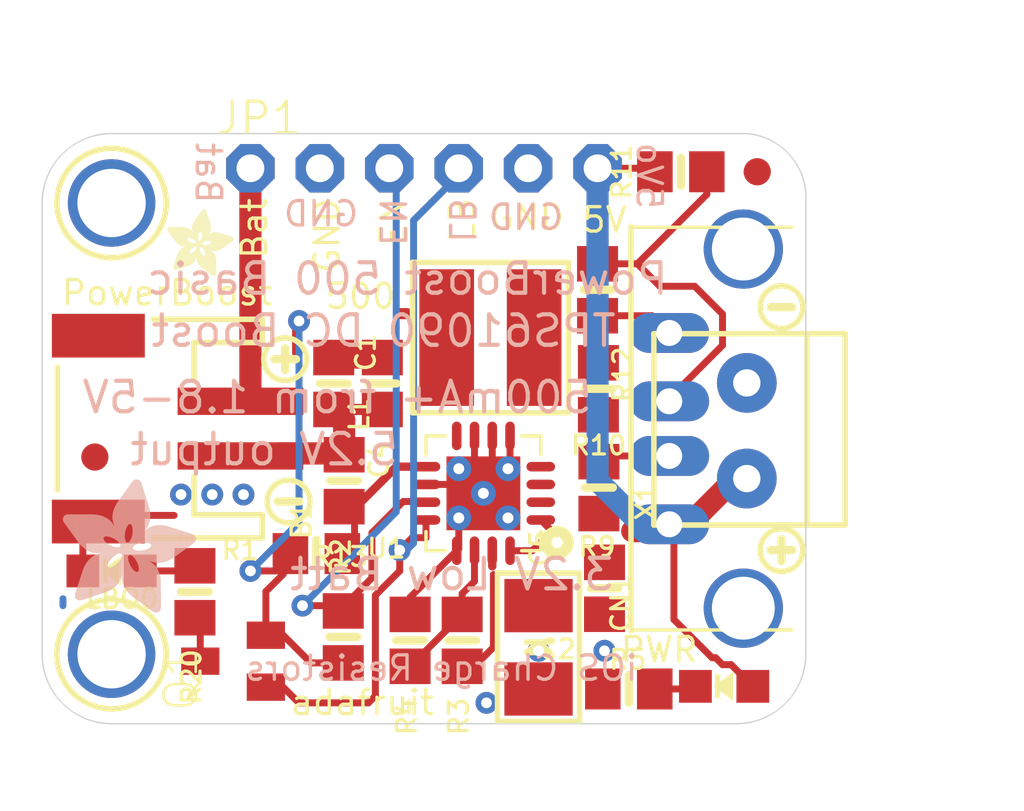
<source format=kicad_pcb>
(kicad_pcb (version 20211014) (generator pcbnew)
  (layers (0 "F.Cu" signal) (31 "B.Cu" signal) (34 "B.Paste" user) (35 "F.Paste" user) (36 "B.SilkS" user "B.Silkscreen") (37 "F.SilkS" user "F.Silkscreen") (38 "B.Mask" user) (39 "F.Mask" user) (44 "Edge.Cuts" user))
  (net 0 "")
  (net 1 "GND")
  (net 2 "N$1")
  (net 3 "N$3")
  (net 4 "5.0V")
  (net 5 "D+")
  (net 6 "D-")
  (net 7 "VBAT")
  (net 8 "N$4")
  (net 9 "ENABLE")
  (net 10 "N$5")
  (net 11 "LBO")
  (net 12 "N$2")
  (net 13 "N$10")
  (footprint "boardEagle:FIDUCIAL_1MM" (layer "F.Cu") (at 160.689245 95.6056)
    (fp_text reference "FID3" hide)
    (fp_text value "FIDUCIAL\"\"" hide)
    (pad "1" smd roundrect (at 0 0) (size 1 1) (layers "F.Cu" "F.Mask") (roundrect_rratio 0.5))
  )
  (footprint "boardEagle:ADAFRUIT_2.5MM" (layer "F.Cu") (at 139.099245 99.4156)
    (fp_text reference "U$28" hide)
    (fp_text value "" hide)
  )
  (footprint "boardEagle:0805-NO" (layer "F.Cu") (at 140.115245 110.9726 -90)
    (fp_text reference "R20" (at 2.032 0.127 90) (layer "F.SilkS") (effects (font (size 0.692831 0.692831) (thickness 0.119969)) (justify right)))
    (fp_text value "1K")
    (pad "1" smd rect (at -0.95 0 270) (size 1.3 1.5) (layers "F.Cu" "F.Paste" "F.Mask") (net 12 "N$2"))
    (pad "2" smd rect (at 0.95 0 270) (size 1.3 1.5) (layers "F.Cu" "F.Paste" "F.Mask") (net 13 "N$10"))
  )
  (footprint "boardEagle:PVQFN-16" (layer "F.Cu") (at 150.670245 107.3706 180)
    (fp_text reference "U1" (at 4.324 -2.018) (layer "F.SilkS") (effects (font (size 0.692831 0.692831) (thickness 0.119969)) (justify left)))
    (fp_text value "TPS61090RSAR")
    (pad "1" smd roundrect (at -2.1 -0.975 180) (size 1.05 0.35) (layers "F.Cu" "F.Paste" "F.Mask") (roundrect_rratio 0.5) (net 4 "5.0V"))
    (pad "2" smd roundrect (at -2.1 -0.325 180) (size 1.05 0.35) (layers "F.Cu" "F.Paste" "F.Mask") (roundrect_rratio 0.5))
    (pad "3" smd roundrect (at -2.1 0.325 180) (size 1.05 0.35) (layers "F.Cu" "F.Paste" "F.Mask") (roundrect_rratio 0.5) (net 2 "N$1"))
    (pad "4" smd roundrect (at -2.1 0.975 180) (size 1.05 0.35) (layers "F.Cu" "F.Paste" "F.Mask") (roundrect_rratio 0.5) (net 2 "N$1"))
    (pad "5" smd roundrect (at -0.975 2.1 270) (size 1.05 0.35) (layers "F.Cu" "F.Paste" "F.Mask") (roundrect_rratio 0.5) (net 1 "GND"))
    (pad "6" smd roundrect (at -0.325 2.1 270) (size 1.05 0.35) (layers "F.Cu" "F.Paste" "F.Mask") (roundrect_rratio 0.5) (net 1 "GND"))
    (pad "7" smd roundrect (at 0.325 2.1 270) (size 1.05 0.35) (layers "F.Cu" "F.Paste" "F.Mask") (roundrect_rratio 0.5) (net 1 "GND"))
    (pad "8" smd roundrect (at 0.975 2.1 270) (size 1.05 0.35) (layers "F.Cu" "F.Paste" "F.Mask") (roundrect_rratio 0.5) (net 7 "VBAT"))
    (pad "9" smd roundrect (at 2.1 0.975) (size 1.05 0.35) (layers "F.Cu" "F.Paste" "F.Mask") (roundrect_rratio 0.5) (net 3 "N$3"))
    (pad "10" smd roundrect (at 2.1 0.325) (size 1.05 0.35) (layers "F.Cu" "F.Paste" "F.Mask") (roundrect_rratio 0.5) (net 1 "GND"))
    (pad "11" smd roundrect (at 2.1 -0.325) (size 1.05 0.35) (layers "F.Cu" "F.Paste" "F.Mask") (roundrect_rratio 0.5) (net 9 "ENABLE"))
    (pad "12" smd roundrect (at 2.1 -0.975) (size 1.05 0.35) (layers "F.Cu" "F.Paste" "F.Mask") (roundrect_rratio 0.5) (net 11 "LBO"))
    (pad "13" smd roundrect (at 0.975 -2.1 90) (size 1.05 0.35) (layers "F.Cu" "F.Paste" "F.Mask") (roundrect_rratio 0.5) (net 1 "GND"))
    (pad "14" smd roundrect (at 0.325 -2.1 90) (size 1.05 0.35) (layers "F.Cu" "F.Paste" "F.Mask") (roundrect_rratio 0.5) (net 10 "N$5"))
    (pad "15" smd roundrect (at -0.325 -2.1 90) (size 1.05 0.35) (layers "F.Cu" "F.Paste" "F.Mask") (roundrect_rratio 0.5) (net 4 "5.0V"))
    (pad "16" smd roundrect (at -0.975 -2.1 90) (size 1.05 0.35) (layers "F.Cu" "F.Paste" "F.Mask") (roundrect_rratio 0.5) (net 4 "5.0V"))
    (pad "P$18" thru_hole circle (at 0 0 180) (size 0.908 0.908) (drill 0.4) (layers *.Cu *.Mask) (net 1 "GND"))
    (pad "P$19" thru_hole circle (at -0.9 -0.9 180) (size 0.908 0.908) (drill 0.4) (layers *.Cu *.Mask) (net 1 "GND"))
    (pad "P$20" thru_hole circle (at 0.9 -0.9 180) (size 0.908 0.908) (drill 0.4) (layers *.Cu *.Mask) (net 1 "GND"))
    (pad "P$21" thru_hole circle (at 0.9 0.9 180) (size 0.908 0.908) (drill 0.4) (layers *.Cu *.Mask) (net 1 "GND"))
    (pad "P$22" thru_hole circle (at -0.9 0.9 180) (size 0.908 0.908) (drill 0.4) (layers *.Cu *.Mask) (net 1 "GND"))
    (pad "THERMAL" smd rect (at 0 0 180) (size 2.7 2.7) (layers "F.Cu" "F.Mask") (net 1 "GND"))
  )
  (footprint "boardEagle:0805-NO" (layer "F.Cu") (at 146.973245 103.3526 -90)
    (fp_text reference "C4" (at 2.032 0.127 90) (layer "F.SilkS") (effects (font (size 0.692831 0.692831) (thickness 0.119969)) (justify right)))
    (fp_text value "0.1uF")
    (pad "1" smd rect (at -0.95 0 270) (size 1.3 1.5) (layers "F.Cu" "F.Paste" "F.Mask") (net 7 "VBAT"))
    (pad "2" smd rect (at 0.95 0 270) (size 1.3 1.5) (layers "F.Cu" "F.Paste" "F.Mask") (net 1 "GND"))
  )
  (footprint "boardEagle:0805-NO" (layer "F.Cu") (at 154.879245 103.5456 90)
    (fp_text reference "R10" (at -2.07 1.0875) (layer "F.SilkS") (effects (font (size 0.692831 0.692831) (thickness 0.119969)) (justify right)))
    (fp_text value "49.9K 1%")
    (pad "1" smd rect (at -0.95 0 90) (size 1.3 1.5) (layers "F.Cu" "F.Paste" "F.Mask") (net 6 "D-"))
    (pad "2" smd rect (at 0.95 0 90) (size 1.3 1.5) (layers "F.Cu" "F.Paste" "F.Mask") (net 1 "GND"))
  )
  (footprint "boardEagle:CHIPLED_0805_NOOUTLINE" (layer "F.Cu") (at 159.478245 114.4336 90)
    (fp_text reference "PWR0" hide)
    (fp_text value "GREEN")
    (pad "A" smd rect (at 0 1.05 90) (size 1.2 1.2) (layers "F.Cu" "F.Paste" "F.Mask") (net 4 "5.0V"))
    (pad "C" smd rect (at 0 -1.05 90) (size 1.2 1.2) (layers "F.Cu" "F.Paste" "F.Mask") (net 8 "N$4"))
  )
  (footprint "boardEagle:SYMBOL_PLUS" (layer "F.Cu") (at 161.578245 109.4486)
    (fp_text reference "U$25" hide)
    (fp_text value "" hide)
  )
  (footprint "boardEagle:FIDUCIAL_1MM" (layer "F.Cu") (at 136.455245 106.0436)
    (fp_text reference "FID2" hide)
    (fp_text value "FIDUCIAL\"\"" hide)
    (pad "1" smd roundrect (at 0 0) (size 1 1) (layers "F.Cu" "F.Mask") (roundrect_rratio 0.5))
  )
  (footprint "boardEagle:0805-NO" (layer "F.Cu") (at 145.543245 112.6246 90)
    (fp_text reference "R13" (at 2.93 0.9875) (layer "F.SilkS") (effects (font (size 0.692831 0.692831) (thickness 0.119969)) (justify right)))
    (fp_text value "340K")
    (pad "1" smd rect (at -0.95 0 90) (size 1.3 1.5) (layers "F.Cu" "F.Paste" "F.Mask") (net 7 "VBAT"))
    (pad "2" smd rect (at 0.95 0 90) (size 1.3 1.5) (layers "F.Cu" "F.Paste" "F.Mask") (net 9 "ENABLE"))
  )
  (footprint "boardEagle:JSTPH2" (layer "F.Cu") (at 138.083245 105.0036 90)
    (fp_text reference "B1" (at -4.1225 5.9315 90) (layer "F.SilkS") (effects (font (size 0.692831 0.692831) (thickness 0.119969)) (justify left)))
    (fp_text value "1.8-5V")
    (pad "1" smd rect (at -1 3.7 90) (size 1 4.6) (layers "F.Cu" "F.Paste" "F.Mask") (net 1 "GND"))
    (pad "2" smd rect (at 1 3.7 90) (size 1 4.6) (layers "F.Cu" "F.Paste" "F.Mask") (net 7 "VBAT"))
    (pad "NC1" smd rect (at -3.4 -1.5 180) (size 3.4 1.6) (layers "F.Cu" "F.Paste" "F.Mask"))
    (pad "NC2" smd rect (at 3.4 -1.5 180) (size 3.4 1.6) (layers "F.Cu" "F.Paste" "F.Mask"))
  )
  (footprint "boardEagle:EIA3528-21_B-R" (layer "F.Cu") (at 152.688245 113.0046 90)
    (fp_text reference "C5" (at 2.876 0.051 90) (layer "F.SilkS") (effects (font (size 0.692831 0.692831) (thickness 0.119969)) (justify left)))
    (fp_text value "100uF/6V")
    (pad "+" smd rect (at 1.525 0 90) (size 1.95 2.5) (layers "F.Cu" "F.Paste" "F.Mask") (net 4 "5.0V"))
    (pad "-" smd rect (at -1.525 0 90) (size 1.95 2.5) (layers "F.Cu" "F.Paste" "F.Mask") (net 1 "GND"))
  )
  (footprint "boardEagle:1X06-CLEANBIG" (layer "F.Cu") (at 148.497245 95.4786)
    (fp_text reference "JP1" (at -7.6962 -1.8288) (layer "F.SilkS") (effects (font (size 1.1557 1.1557) (thickness 0.1143)) (justify left)))
    (fp_text value "")
    (pad "1" thru_hole roundrect (at -6.35 0 90) (size 1.778 1.778) (drill 1.016) (layers *.Cu *.Mask) (chamfer_ratio 0.2928932188) (chamfer top_left top_right bottom_left bottom_right) (net 7 "VBAT"))
    (pad "2" thru_hole roundrect (at -3.81 0 90) (size 1.778 1.778) (drill 1.016) (layers *.Cu *.Mask) (chamfer_ratio 0.2928932188) (chamfer top_left top_right bottom_left bottom_right) (net 1 "GND"))
    (pad "3" thru_hole roundrect (at -1.27 0 90) (size 1.778 1.778) (drill 1.016) (layers *.Cu *.Mask) (chamfer_ratio 0.2928932188) (chamfer top_left top_right bottom_left bottom_right) (net 9 "ENABLE"))
    (pad "4" thru_hole roundrect (at 1.27 0 90) (size 1.778 1.778) (drill 1.016) (layers *.Cu *.Mask) (chamfer_ratio 0.2928932188) (chamfer top_left top_right bottom_left bottom_right) (net 11 "LBO"))
    (pad "5" thru_hole roundrect (at 3.81 0 90) (size 1.778 1.778) (drill 1.016) (layers *.Cu *.Mask) (chamfer_ratio 0.2928932188) (chamfer top_left top_right bottom_left bottom_right) (net 1 "GND"))
    (pad "6" thru_hole roundrect (at 6.35 0 90) (size 1.778 1.778) (drill 1.016) (layers *.Cu *.Mask) (chamfer_ratio 0.2928932188) (chamfer top_left top_right bottom_left bottom_right) (net 4 "5.0V"))
  )
  (footprint "boardEagle:SYMBOL_PLUS" (layer "F.Cu") (at 143.417245 102.4636)
    (fp_text reference "U$13" hide)
    (fp_text value "" hide)
  )
  (footprint "boardEagle:SYMBOL_MINUS" (layer "F.Cu") (at 161.578245 100.5586)
    (fp_text reference "U$26" hide)
    (fp_text value "" hide)
  )
  (footprint "boardEagle:SYMBOL_MINUS" (layer "F.Cu") (at 143.544245 107.6706)
    (fp_text reference "U$23" hide)
    (fp_text value "" hide)
  )
  (footprint "boardEagle:TERMBLOCK_1X2-3.5MM" (layer "F.Cu") (at 160.308245 105.1306 90)
    (fp_text reference "X1" (at -3.3 -3.69 90) (layer "F.SilkS") (effects (font (size 0.692831 0.692831) (thickness 0.119969)) (justify left)))
    (fp_text value "")
    (pad "1" thru_hole circle (at 1.8 0 90) (size 2.1844 2.1844) (drill 1) (layers *.Cu *.Mask) (net 1 "GND"))
    (pad "2" thru_hole circle (at -1.7 0 90) (size 2.1844 2.1844) (drill 1) (layers *.Cu *.Mask) (net 4 "5.0V"))
  )
  (footprint "boardEagle:0805-NO" (layer "F.Cu") (at 145.576245 106.9086 -90)
    (fp_text reference "R2" (at 2.032 0.127 90) (layer "F.SilkS") (effects (font (size 0.692831 0.692831) (thickness 0.119969)) (justify right)))
    (fp_text value "340K")
    (pad "1" smd rect (at -0.95 0 270) (size 1.3 1.5) (layers "F.Cu" "F.Paste" "F.Mask") (net 1 "GND"))
    (pad "2" smd rect (at 0.95 0 270) (size 1.3 1.5) (layers "F.Cu" "F.Paste" "F.Mask") (net 3 "N$3"))
  )
  (footprint "boardEagle:0805-NO" (layer "F.Cu") (at 154.897245 107.1616 -90)
    (fp_text reference "R9" (at 2.17 -0.6875) (layer "F.SilkS") (effects (font (size 0.692831 0.692831) (thickness 0.119969)) (justify right)))
    (fp_text value "75K 1%")
    (pad "1" smd rect (at -0.95 0 270) (size 1.3 1.5) (layers "F.Cu" "F.Paste" "F.Mask") (net 6 "D-"))
    (pad "2" smd rect (at 0.95 0 270) (size 1.3 1.5) (layers "F.Cu" "F.Paste" "F.Mask") (net 4 "5.0V"))
  )
  (footprint "boardEagle:0805-NO" (layer "F.Cu") (at 149.894245 112.7506 -90)
    (fp_text reference "R3" (at 2.032 0.127 90) (layer "F.SilkS") (effects (font (size 0.692831 0.692831) (thickness 0.119969)) (justify right)))
    (fp_text value "1.87Mohm")
    (pad "1" smd rect (at -0.95 0 270) (size 1.3 1.5) (layers "F.Cu" "F.Paste" "F.Mask") (net 10 "N$5"))
    (pad "2" smd rect (at 0.95 0 270) (size 1.3 1.5) (layers "F.Cu" "F.Paste" "F.Mask") (net 4 "5.0V"))
  )
  (footprint "boardEagle:0805-NO" (layer "F.Cu") (at 155.990245 114.5286 180)
    (fp_text reference "R5" (at 0.7875 1.07) (layer "F.SilkS") (effects (font (size 0.692831 0.692831) (thickness 0.119969)) (justify left)))
    (fp_text value "1K")
    (pad "1" smd rect (at -0.95 0 180) (size 1.3 1.5) (layers "F.Cu" "F.Paste" "F.Mask") (net 8 "N$4"))
    (pad "2" smd rect (at 0.95 0 180) (size 1.3 1.5) (layers "F.Cu" "F.Paste" "F.Mask") (net 1 "GND"))
  )
  (footprint "boardEagle:0805-NO" (layer "F.Cu") (at 147.989245 112.7506 -90)
    (fp_text reference "R4" (at 2.032 0.127 90) (layer "F.SilkS") (effects (font (size 0.692831 0.692831) (thickness 0.119969)) (justify right)))
    (fp_text value "200K")
    (pad "1" smd rect (at -0.95 0 270) (size 1.3 1.5) (layers "F.Cu" "F.Paste" "F.Mask") (net 1 "GND"))
    (pad "2" smd rect (at 0.95 0 270) (size 1.3 1.5) (layers "F.Cu" "F.Paste" "F.Mask") (net 10 "N$5"))
  )
  (footprint "boardEagle:INDUCTOR_5X5MM_TDK_VLC5045" (layer "F.Cu") (at 150.928245 101.6726)
    (fp_text reference "L1" (at -4.8 3.5 90) (layer "F.SilkS") (effects (font (size 0.692831 0.692831) (thickness 0.119969)) (justify left)))
    (fp_text value "VLC5045-6.8uH" hide)
    (pad "P$1" smd rect (at -1.6 0) (size 2 5) (layers "F.Cu" "F.Paste" "F.Mask") (net 7 "VBAT"))
    (pad "P$2" smd rect (at 1.6 0) (size 2 5) (layers "F.Cu" "F.Paste" "F.Mask") (net 2 "N$1"))
  )
  (footprint "boardEagle:0805-NO" (layer "F.Cu") (at 145.195245 103.3526 -90)
    (fp_text reference "C1" (at -1.8875 -1.17 90) (layer "F.SilkS") (effects (font (size 0.692831 0.692831) (thickness 0.119969)) (justify right)))
    (fp_text value "10uF")
    (pad "1" smd rect (at -0.95 0 270) (size 1.3 1.5) (layers "F.Cu" "F.Paste" "F.Mask") (net 7 "VBAT"))
    (pad "2" smd rect (at 0.95 0 270) (size 1.3 1.5) (layers "F.Cu" "F.Paste" "F.Mask") (net 1 "GND"))
  )
  (footprint "boardEagle:CHIPLED_0805_NOOUTLINE" (layer "F.Cu") (at 137.067245 110.2106 90)
    (fp_text reference "LBO0" (at -1.016 1.778) (layer "F.SilkS") (effects (font (size 0.692831 0.692831) (thickness 0.119969)) (justify right)))
    (fp_text value "RED")
    (pad "A" smd rect (at 0 1.05 90) (size 1.2 1.2) (layers "F.Cu" "F.Paste" "F.Mask") (net 12 "N$2"))
    (pad "C" smd rect (at 0 -1.05 90) (size 1.2 1.2) (layers "F.Cu" "F.Paste" "F.Mask") (net 1 "GND"))
  )
  (footprint "boardEagle:0805-NO" (layer "F.Cu") (at 144.560245 109.5756 180)
    (fp_text reference "R1" (at 2.032 0.127) (layer "F.SilkS") (effects (font (size 0.692831 0.692831) (thickness 0.119969)) (justify right)))
    (fp_text value "1.87Mohm")
    (pad "1" smd rect (at -0.95 0 180) (size 1.3 1.5) (layers "F.Cu" "F.Paste" "F.Mask") (net 3 "N$3"))
    (pad "2" smd rect (at 0.95 0 180) (size 1.3 1.5) (layers "F.Cu" "F.Paste" "F.Mask") (net 7 "VBAT"))
  )
  (footprint "boardEagle:0805-NO" (layer "F.Cu") (at 157.895245 95.6056 180)
    (fp_text reference "R11" (at 2.17 -1.0875 90) (layer "F.SilkS") (effects (font (size 0.692831 0.692831) (thickness 0.119969)) (justify left)))
    (fp_text value "75K 1%")
    (pad "1" smd rect (at -0.95 0 180) (size 1.3 1.5) (layers "F.Cu" "F.Paste" "F.Mask") (net 5 "D+"))
    (pad "2" smd rect (at 0.95 0 180) (size 1.3 1.5) (layers "F.Cu" "F.Paste" "F.Mask") (net 4 "5.0V"))
  )
  (footprint "boardEagle:0805-NO" (layer "F.Cu") (at 155.101245 110.8456 -90)
    (fp_text reference "C2" (at 2.23 2.4875) (layer "F.SilkS") (effects (font (size 0.692831 0.692831) (thickness 0.119969)) (justify left)))
    (fp_text value "2.2uF")
    (pad "1" smd rect (at -0.95 0 270) (size 1.3 1.5) (layers "F.Cu" "F.Paste" "F.Mask") (net 4 "5.0V"))
    (pad "2" smd rect (at 0.95 0 270) (size 1.3 1.5) (layers "F.Cu" "F.Paste" "F.Mask") (net 1 "GND"))
  )
  (footprint "boardEagle:MOUNTINGHOLE_2.5_PLATED" (layer "F.Cu") (at 137.067245 113.2586)
    (fp_text reference "U$12" hide)
    (fp_text value "MOUNTINGHOLE2.5" hide)
    (pad "P$1" thru_hole circle (at 0 0) (size 3.2 3.2) (drill 2.5) (layers *.Cu *.Mask))
  )
  (footprint "boardEagle:0805-NO" (layer "F.Cu") (at 154.847245 99.9236 -90)
    (fp_text reference "R12" (at 4.1875 -0.93 90) (layer "F.SilkS") (effects (font (size 0.692831 0.692831) (thickness 0.119969)) (justify left)))
    (fp_text value "49.9K 1%")
    (pad "1" smd rect (at -0.95 0 270) (size 1.3 1.5) (layers "F.Cu" "F.Paste" "F.Mask") (net 5 "D+"))
    (pad "2" smd rect (at 0.95 0 270) (size 1.3 1.5) (layers "F.Cu" "F.Paste" "F.Mask") (net 1 "GND"))
  )
  (footprint "boardEagle:SC59-BEC" (layer "F.Cu") (at 141.512245 113.5126 90)
    (fp_text reference "Q1" (at -1.905 -1.905 90) (layer "F.SilkS") (effects (font (size 1.176528 1.176528) (thickness 0.093472)) (justify left)))
    (fp_text value "MMUN2133LT1G")
    (pad "B" smd rect (at -0.95 1.2 90) (size 1 1.4) (layers "F.Cu" "F.Paste" "F.Mask") (net 11 "LBO"))
    (pad "C" smd rect (at 0 -1.2 90) (size 1 1.4) (layers "F.Cu" "F.Paste" "F.Mask") (net 13 "N$10"))
    (pad "E" smd rect (at 0.95 1.2 90) (size 1 1.4) (layers "F.Cu" "F.Paste" "F.Mask") (net 7 "VBAT"))
  )
  (footprint "boardEagle:USB_HOST-PTH" (layer "F.Cu") (at 163.991245 105.0036 90)
    (fp_text reference "CN1" (at -7.52 -8.29 90) (layer "F.SilkS") (effects (font (size 0.692831 0.692831) (thickness 0.119969)) (justify left)))
    (fp_text value "USBA_FEMALE")
    (pad "D+" thru_hole oval (at 1 -6.52 180) (size 2.916 1.458) (drill 0.95) (layers *.Cu *.Mask) (net 5 "D+"))
    (pad "D-" thru_hole oval (at -1 -6.52 180) (size 2.916 1.458) (drill 0.95) (layers *.Cu *.Mask) (net 6 "D-"))
    (pad "GND" thru_hole oval (at 3.5 -6.52 180) (size 2.916 1.458) (drill 0.95) (layers *.Cu *.Mask) (net 1 "GND"))
    (pad "S1" thru_hole circle (at -6.57 -3.81 90) (size 2.9 2.9) (drill 2.3) (layers *.Cu *.Mask))
    (pad "S2" thru_hole circle (at 6.57 -3.81 270) (size 2.9 2.9) (drill 2.3) (layers *.Cu *.Mask))
    (pad "VBUS" thru_hole oval (at -3.5 -6.52 180) (size 2.916 1.458) (drill 0.95) (layers *.Cu *.Mask) (net 4 "5.0V"))
  )
  (footprint "boardEagle:MOUNTINGHOLE_2.5_PLATED" (layer "F.Cu") (at 137.067245 96.7486)
    (fp_text reference "U$10" hide)
    (fp_text value "MOUNTINGHOLE2.5" hide)
    (pad "P$1" thru_hole circle (at 0 0) (size 3.2 3.2) (drill 2.5) (layers *.Cu *.Mask))
  )
  (footprint "boardEagle:ADAFRUIT_5MM" (layer "B.Cu") (at 135.289245 111.7346 90)
    (fp_text reference "U$29" hide)
    (fp_text value "" hide)
  )
  (gr_arc (start 162.467245 113.2586) (mid 161.723296 115.054651) (end 159.927245 115.7986) (layer "Edge.Cuts") (width 0.05))
  (gr_line (start 137.067245 115.7986) (end 159.927245 115.7986) (layer "Edge.Cuts") (width 0.05))
  (gr_arc (start 137.067245 115.7986) (mid 135.271194 115.054651) (end 134.527245 113.2586) (layer "Edge.Cuts") (width 0.05))
  (gr_arc (start 134.527245 96.7486) (mid 135.271194 94.952549) (end 137.067245 94.2086) (layer "Edge.Cuts") (width 0.05))
  (gr_line (start 160.308245 94.2086) (end 137.067245 94.2086) (layer "Edge.Cuts") (width 0.05))
  (gr_line (start 162.467245 113.2586) (end 162.467245 96.7486) (layer "Edge.Cuts") (width 0.05))
  (gr_arc (start 160.308245 94.2086) (mid 161.913796 95.031456) (end 162.467245 96.7486) (layer "Edge.Cuts") (width 0.05))
  (gr_line (start 134.527245 96.7486) (end 134.527245 113.2586) (layer "Edge.Cuts") (width 0.05))
  (gr_text "Bat" (at 141.131245 94.4626 -90) (layer "B.SilkS") (effects (font (size 0.89408 0.89408) (thickness 0.12192)) (justify right top mirror)))
  (gr_text "LB" (at 150.402245 96.4946 -90) (layer "B.SilkS") (effects (font (size 0.89408 0.89408) (thickness 0.12192)) (justify right top mirror)))
  (gr_text "GND" (at 150.783245 96.7486) (layer "B.SilkS") (effects (font (size 0.89408 0.89408) (thickness 0.12192)) (justify right top mirror)))
  (gr_text "GND" (at 143.290245 96.6216) (layer "B.SilkS") (effects (font (size 0.89408 0.89408) (thickness 0.12192)) (justify right top mirror)))
  (gr_text "5Vo" (at 157.260245 94.4626 -90) (layer "B.SilkS") (effects (font (size 0.89408 0.89408) (thickness 0.12192)) (justify right top mirror)))
  (gr_text "3.2V Low Batt" (at 149.513245 110.3376) (layer "B.SilkS") (effects (font (size 1.1176 1.1176) (thickness 0.1524)) (justify mirror)))
  (gr_text "5.2V output" (at 142.655245 105.7656) (layer "B.SilkS") (effects (font (size 1.1176 1.1176) (thickness 0.1524)) (justify mirror)))
  (gr_text "EN" (at 147.862245 96.4946 -90) (layer "B.SilkS") (effects (font (size 0.89408 0.89408) (thickness 0.12192)) (justify right top mirror)))
  (gr_text "500mA+ from 1.8-5V" (at 145.322245 103.8606) (layer "B.SilkS") (effects (font (size 1.1176 1.1176) (thickness 0.1524)) (justify mirror)))
  (gr_text "iOS Charge Resistors" (at 149.132245 113.7666) (layer "B.SilkS") (effects (font (size 0.89408 0.89408) (thickness 0.12192)) (justify mirror)))
  (gr_text "PowerBoost 500 Basic" (at 157.514245 100.1776) (layer "B.SilkS") (effects (font (size 1.1176 1.1176) (thickness 0.1524)) (justify left bottom mirror)))
  (gr_text "TPS61090 DC Boost" (at 155.609245 102.0826) (layer "B.SilkS") (effects (font (size 1.1176 1.1176) (thickness 0.1524)) (justify left bottom mirror)))
  (gr_text "PWR" (at 157.101245 113.0946) (layer "F.SilkS") (effects (font (size 0.89408 0.89408) (thickness 0.12192))))
  (gr_text "GND" (at 153.704245 96.7486) (layer "F.SilkS") (effects (font (size 0.89408 0.89408) (thickness 0.12192)) (justify right top)))
  (gr_text "GND" (at 144.433245 96.4946 90) (layer "F.SilkS") (effects (font (size 0.89408 0.89408) (thickness 0.12192)) (justify right top)))
  (gr_text "adafruit" (at 143.544245 115.5446) (layer "F.SilkS") (effects (font (size 0.89408 0.89408) (thickness 0.12192)) (justify left bottom)))
  (gr_text "500" (at 144.814245 100.6856) (layer "F.SilkS") (effects (font (size 0.89408 0.89408) (thickness 0.12192)) (justify left bottom)))
  (gr_text "Bat" (at 141.766245 96.4946 90) (layer "F.SilkS") (effects (font (size 0.89408 0.89408) (thickness 0.12192)) (justify right top)))
  (gr_text "LB" (at 149.386245 96.4946 90) (layer "F.SilkS") (effects (font (size 0.89408 0.89408) (thickness 0.12192)) (justify right top)))
  (gr_text "EN" (at 146.846245 96.4946 90) (layer "F.SilkS") (effects (font (size 0.89408 0.89408) (thickness 0.12192)) (justify right top)))
  (gr_text "5V" (at 154.212245 97.8916) (layer "F.SilkS") (effects (font (size 0.89408 0.89408) (thickness 0.12192)) (justify left bottom)))
  (gr_text "PowerBoost" (at 135.162245 100.5586) (layer "F.SilkS") (effects (font (size 0.89408 0.89408) (thickness 0.12192)) (justify left bottom)))
  (segment (start 154.879245 102.5956) (end 154.847245 102.5636) (width 0.254) (layer "F.Cu") (net 1))
  (segment (start 149.770245 106.4706) (end 150.178245 106.8786) (width 0.254) (layer "F.Cu") (net 1))
  (segment (start 150.178245 106.8786) (end 150.670245 107.3706) (width 0.254) (layer "F.Cu") (net 1))
  (segment (start 147.989245 111.1766) (end 147.989245 111.8006) (width 0.254) (layer "F.Cu") (net 1))
  (segment (start 154.847245 102.5636) (end 154.847245 100.8736) (width 0.254) (layer "F.Cu") (net 1))
  (segment (start 148.570245 107.0456) (end 150.345245 107.0456) (width 0.254) (layer "F.Cu") (net 1))
  (segment (start 149.695245 109.4706) (end 147.989245 111.1766) (width 0.254) (layer "F.Cu") (net 1))
  (segment (start 145.576245 104.6836) (end 145.576245 105.9586) (width 0.8128) (layer "F.Cu") (net 1))
  (segment (start 149.695245 109.4706) (end 149.770245 109.3956) (width 0.254) (layer "F.Cu") (net 1))
  (segment (start 150.995245 106.7396) (end 151.148245 106.8926) (width 0.254) (layer "F.Cu") (net 1))
  (segment (start 150.670245 107.3706) (end 151.570245 108.2706) (width 0.254) (layer "F.Cu") (net 1))
  (segment (start 136.017245 110.2106) (end 136.017245 108.7206) (width 0.254) (layer "F.Cu") (net 1))
  (segment (start 151.645245 106.3956) (end 151.570245 106.4706) (width 0.254) (layer "F.Cu") (net 1))
  (segment (start 136.559245 108.1786) (end 139.353245 108.1786) (width 0.254) (layer "F.Cu") (net 1))
  (segment (start 149.770245 109.3956) (end 149.770245 108.2706) (width 0.254) (layer "F.Cu") (net 1))
  (segment (start 136.017245 110.2106) (end 136.017245 110.4986) (width 0.254) (layer "F.Cu") (net 1))
  (segment (start 144.989245 105.9106) (end 143.229245 105.9106) (width 0.8128) (layer "F.Cu") (net 1))
  (segment (start 136.017245 108.7206) (end 136.559245 108.1786) (width 0.254) (layer "F.Cu") (net 1))
  (segment (start 149.770245 108.2706) (end 150.670245 107.3706) (width 0.254) (layer "F.Cu") (net 1))
  (segment (start 145.195245 104.3026) (end 146.973245 104.3026) (width 0.4064) (layer "F.Cu") (net 1))
  (segment (start 156.841245 100.8736) (end 157.471245 101.5036) (width 0.254) (layer "F.Cu") (net 1))
  (segment (start 150.995245 105.2706) (end 150.995245 106.7396) (width 0.254) (layer "F.Cu") (net 1))
  (segment (start 150.345245 106.7116) (end 150.178245 106.8786) (width 0.254) (layer "F.Cu") (net 1))
  (segment (start 150.345245 105.2706) (end 150.345245 106.7116) (width 0.254) (layer "F.Cu") (net 1))
  (segment (start 145.195245 104.3026) (end 145.576245 104.6836) (width 0.8128) (layer "F.Cu") (net 1))
  (segment (start 150.670245 107.3706) (end 151.148245 106.8926) (width 0.254) (layer "F.Cu") (net 1))
  (segment (start 151.645245 105.2706) (end 151.645245 106.3956) (width 0.254) (layer "F.Cu") (net 1))
  (segment (start 151.148245 106.8926) (end 151.570245 106.4706) (width 0.254) (layer "F.Cu") (net 1))
  (segment (start 154.847245 100.8736) (end 156.841245 100.8736) (width 0.254) (layer "F.Cu") (net 1))
  (segment (start 150.345245 107.0456) (end 150.670245 107.3706) (width 0.254) (layer "F.Cu") (net 1))
  (via (at 150.783245 115.0366) (size 0.8001) (drill 0.3937) (layers "F.Cu" "B.Cu") (net 1))
  (via (at 141.893245 107.4166) (size 0.8001) (drill 0.3937) (layers "F.Cu" "B.Cu") (net 1))
  (via (at 140.750245 107.4166) (size 0.8001) (drill 0.3937) (layers "F.Cu" "B.Cu") (net 1))
  (via (at 139.607245 107.4166) (size 0.8001) (drill 0.3937) (layers "F.Cu" "B.Cu") (net 1))
  (via (at 152.688245 113.1316) (size 0.8001) (drill 0.3937) (layers "F.Cu" "B.Cu") (net 1))
  (via (at 155.101245 113.1316) (size 0.8001) (drill 0.3937) (layers "F.Cu" "B.Cu") (net 1))
  (segment (start 135.289245 111.2266) (end 135.289245 111.4806) (width 0.254) (layer "B.Cu") (net 1))
  (segment (start 145.957245 109.1286) (end 145.510245 109.5756) (width 0.254) (layer "F.Cu") (net 3))
  (segment (start 146.023245 107.8586) (end 145.576245 107.8586) (width 0.3048) (layer "F.Cu") (net 3))
  (segment (start 148.570245 106.3956) (end 147.486245 106.3956) (width 0.3048) (layer "F.Cu") (net 3))
  (segment (start 145.957245 108.2396) (end 145.957245 109.1286) (width 0.254) (layer "F.Cu") (net 3))
  (segment (start 147.486245 106.3956) (end 146.023245 107.8586) (width 0.3048) (layer "F.Cu") (net 3))
  (segment (start 145.957245 108.2396) (end 145.576245 107.8586) (width 0.254) (layer "F.Cu") (net 3))
  (segment (start 159.878245 106.8306) (end 160.308245 106.8306) (width 0.8128) (layer "F.Cu") (net 4))
  (segment (start 157.895245 108.8136) (end 157.527245 108.8136) (width 0.8128) (layer "F.Cu") (net 4))
  (segment (start 159.734245 113.6396) (end 160.528245 114.4336) (width 0.254) (layer "F.Cu") (net 4))
  (segment (start 151.037245 113.0046) (end 150.341245 113.7006) (width 0.254) (layer "F.Cu") (net 4))
  (segment (start 159.038245 113.3856) (end 157.641245 111.9886) (width 0.254) (layer "F.Cu") (net 4))
  (segment (start 150.341245 113.7006) (end 149.894245 113.7006) (width 0.254) (layer "F.Cu") (net 4))
  (segment (start 152.770245 108.3456) (end 153.177245 108.7526) (width 0.254) (layer "F.Cu") (net 4))
  (segment (start 151.645245 109.4706) (end 152.459245 109.4706) (width 0.254) (layer "F.Cu") (net 4))
  (segment (start 154.847245 95.4786) (end 156.818245 95.4786) (width 0.254) (layer "F.Cu") (net 4))
  (segment (start 156.117245 108.7526) (end 156.968245 108.7526) (width 0.8128) (layer "F.Cu") (net 4))
  (segment (start 157.641245 108.6736) (end 157.471245 108.5036) (width 0.254) (layer "F.Cu") (net 4))
  (segment (start 152.459245 109.4706) (end 153.177245 108.7526) (width 0.254) (layer "F.Cu") (net 4))
  (segment (start 151.037245 110.3376) (end 151.037245 113.0046) (width 0.254) (layer "F.Cu") (net 4))
  (segment (start 159.165245 113.3856) (end 159.419245 113.6396) (width 0.254) (layer "F.Cu") (net 4))
  (segment (start 156.371245 109.0066) (end 156.117245 108.7526) (width 0.254) (layer "F.Cu") (net 4))
  (segment (start 157.895245 108.8136) (end 159.878245 106.8306) (width 0.8128) (layer "F.Cu") (net 4))
  (segment (start 156.818245 95.4786) (end 156.945245 95.6056) (width 0.254) (layer "F.Cu") (net 4))
  (segment (start 159.038245 113.3856) (end 159.165245 113.3856) (width 0.254) (layer "F.Cu") (net 4))
  (segment (start 150.995245 109.4706) (end 150.995245 110.0416) (width 0.3048) (layer "F.Cu") (net 4))
  (segment (start 159.419245 113.6396) (end 159.734245 113.6396) (width 0.254) (layer "F.Cu") (net 4))
  (segment (start 157.641245 111.9886) (end 157.641245 108.6736) (width 0.254) (layer "F.Cu") (net 4))
  (segment (start 156.442245 108.5036) (end 157.471245 108.5036) (width 0.8128) (layer "B.Cu") (net 4))
  (segment (start 154.847245 95.4786) (end 154.847245 106.9086) (width 0.8128) (layer "B.Cu") (net 4))
  (segment (start 154.847245 106.9086) (end 156.442245 108.5036) (width 0.8128) (layer "B.Cu") (net 4))
  (segment (start 159.419245 100.8126) (end 158.403245 99.7966) (width 0.254) (layer "F.Cu") (net 5))
  (segment (start 157.471245 104.0036) (end 157.244245 104.0036) (width 0.254) (layer "F.Cu") (net 5))
  (segment (start 159.419245 101.9556) (end 159.419245 100.8126) (width 0.254) (layer "F.Cu") (net 5))
  (segment (start 158.845245 95.6056) (end 158.845245 96.4336) (width 0.254) (layer "F.Cu") (net 5))
  (segment (start 158.403245 99.7966) (end 157.128245 99.7966) (width 0.254) (layer "F.Cu") (net 5))
  (segment (start 157.471245 103.9036) (end 157.471245 104.0036) (width 0.254) (layer "F.Cu") (net 5))
  (segment (start 159.419245 101.9556) (end 157.471245 103.9036) (width 0.254) (layer "F.Cu") (net 5))
  (segment (start 157.128245 99.7966) (end 156.305245 98.9736) (width 0.254) (layer "F.Cu") (net 5))
  (segment (start 156.305245 98.9736) (end 154.847245 98.9736) (width 0.254) (layer "F.Cu") (net 5))
  (segment (start 158.845245 96.4336) (end 156.305245 98.9736) (width 0.254) (layer "F.Cu") (net 5))
  (segment (start 155.105245 106.0036) (end 157.471245 106.0036) (width 0.254) (layer "F.Cu") (net 6))
  (segment (start 154.897245 104.5136) (end 154.897245 106.2116) (width 0.254) (layer "F.Cu") (net 6))
  (segment (start 154.897245 106.2116) (end 155.105245 106.0036) (width 0.254) (layer "F.Cu") (net 6))
  (segment (start 154.879245 104.4956) (end 154.897245 104.5136) (width 0.254) (layer "F.Cu") (net 6))
  (segment (start 143.229245 110.2106) (end 142.147245 110.2106) (width 0.254) (layer "F.Cu") (net 7))
  (segment (start 146.973245 102.4026) (end 145.195245 102.4026) (width 0.8128) (layer "F.Cu") (net 7))
  (segment (start 143.229245 110.2106) (end 143.229245 109.9566) (width 0.254) (layer "F.Cu") (net 7))
  (segment (start 142.712245 110.9636) (end 142.712245 112.5626) (width 0.254) (layer "F.Cu") (net 7))
  (segment (start 143.347245 110.3286) (end 143.347245 109.8386) (width 0.254) (layer "F.Cu") (net 7))
  (segment (start 143.347245 109.8386) (end 143.610245 109.5756) (width 0.254) (layer "F.Cu") (net 7))
  (segment (start 147.608245 100.7966) (end 147.874245 100.7966) (width 0.4064) (layer "F.Cu") (net 7))
  (segment (start 143.798245 102.2426) (end 143.798245 101.1936) (width 0.254) (layer "F.Cu") (net 7))
  (segment (start 142.147245 95.4786) (end 142.147245 103.6566) (width 0.8128) (layer "F.Cu") (net 7))
  (segment (start 145.543245 113.5746) (end 144.359245 113.5746) (width 0.254) (layer "F.Cu") (net 7))
  (segment (start 143.347245 110.3286) (end 142.712245 110.9636) (width 0.254) (layer "F.Cu") (net 7))
  (segment (start 143.347245 112.5626) (end 142.712245 112.5626) (width 0.254) (layer "F.Cu") (net 7))
  (segment (start 144.359245 113.5746) (end 143.347245 112.5626) (width 0.254) (layer "F.Cu") (net 7))
  (segment (start 143.229245 109.9566) (end 143.610245 109.5756) (width 0.254) (layer "F.Cu") (net 7))
  (via (at 142.147245 110.2106) (size 0.8001) (drill 0.3937) (layers "F.Cu" "B.Cu") (net 7))
  (via (at 143.925245 101.0666) (size 0.8001) (drill 0.3937) (layers "F.Cu" "B.Cu") (net 7))
  (segment (start 143.925245 108.4326) (end 143.925245 101.0666) (width 0.254) (layer "B.Cu") (net 7))
  (segment (start 142.147245 110.2106) (end 143.925245 108.4326) (width 0.254) (layer "B.Cu") (net 7))
  (segment (start 158.110245 114.4336) (end 158.428245 114.4336) (width 0.254) (layer "F.Cu") (net 8))
  (segment (start 158.015245 114.5286) (end 158.110245 114.4336) (width 0.254) (layer "F.Cu") (net 8))
  (segment (start 156.940245 114.5286) (end 158.015245 114.5286) (width 0.254) (layer "F.Cu") (net 8))
  (segment (start 146.592245 108.8136) (end 146.592245 110.4646) (width 0.254) (layer "F.Cu") (net 9))
  (segment (start 144.052245 111.4806) (end 145.349245 111.4806) (width 0.254) (layer "F.Cu") (net 9))
  (segment (start 145.382245 111.6746) (end 145.543245 111.6746) (width 0.254) (layer "F.Cu") (net 9))
  (segment (start 145.349245 111.4806) (end 145.543245 111.6746) (width 0.254) (layer "F.Cu") (net 9))
  (segment (start 146.592245 108.8136) (end 147.735245 107.6706) (width 0.254) (layer "F.Cu") (net 9))
  (segment (start 147.735245 107.6706) (end 148.545245 107.6706) (width 0.254) (layer "F.Cu") (net 9))
  (segment (start 148.545245 107.6706) (end 148.570245 107.6956) (width 0.254) (layer "F.Cu") (net 9))
  (segment (start 146.592245 110.4646) (end 145.382245 111.6746) (width 0.254) (layer "F.Cu") (net 9))
  (via (at 144.052245 111.4806) (size 0.8001) (drill 0.3937) (layers "F.Cu" "B.Cu") (net 9))
  (segment (start 147.227245 95.4786) (end 147.227245 95.6056) (width 0.254) (layer "B.Cu") (net 9))
  (segment (start 147.481245 108.0516) (end 144.052245 111.4806) (width 0.254) (layer "B.Cu") (net 9))
  (segment (start 147.227245 95.6056) (end 147.481245 95.8596) (width 0.254) (layer "B.Cu") (net 9))
  (segment (start 147.481245 95.8596) (end 147.481245 108.0516) (width 0.254) (layer "B.Cu") (net 9))
  (segment (start 150.345245 110.5876) (end 149.894245 111.0386) (width 0.254) (layer "F.Cu") (net 10))
  (segment (start 149.894245 111.0386) (end 149.894245 111.8006) (width 0.254) (layer "F.Cu") (net 10))
  (segment (start 150.345245 109.4706) (end 150.345245 110.5876) (width 0.254) (layer "F.Cu") (net 10))
  (segment (start 147.989245 113.7006) (end 147.994245 113.7006) (width 0.254) (layer "F.Cu") (net 10))
  (segment (start 147.994245 113.7006) (end 149.894245 111.8006) (width 0.254) (layer "F.Cu") (net 10))
  (segment (start 149.894245 111.8006) (end 149.767245 111.9276) (width 0.254) (layer "F.Cu") (net 10))
  (segment (start 147.608245 110.2106) (end 146.719245 111.0996) (width 0.254) (layer "F.Cu") (net 11))
  (segment (start 147.608245 109.4486) (end 147.608245 110.2106) (width 0.254) (layer "F.Cu") (net 11))
  (segment (start 148.062245 108.9946) (end 147.608245 109.4486) (width 0.254) (layer "F.Cu") (net 11))
  (segment (start 146.719245 114.7826) (end 146.465245 115.0366) (width 0.254) (layer "F.Cu") (net 11))
  (segment (start 146.719245 111.0996) (end 146.719245 114.7826) (width 0.254) (layer "F.Cu") (net 11))
  (segment (start 143.347245 114.4626) (end 142.712245 114.4626) (width 0.254) (layer "F.Cu") (net 11))
  (segment (start 143.921245 115.0366) (end 143.347245 114.4626) (width 0.254) (layer "F.Cu") (net 11))
  (segment (start 148.570245 108.9946) (end 148.570245 108.3456) (width 0.254) (layer "F.Cu") (net 11))
  (segment (start 148.570245 108.9946) (end 148.062245 108.9946) (width 0.254) (layer "F.Cu") (net 11))
  (segment (start 146.465245 115.0366) (end 143.921245 115.0366) (width 0.254) (layer "F.Cu") (net 11))
  (via (at 147.608245 109.4486) (size 0.8001) (drill 0.3937) (layers "F.Cu" "B.Cu") (net 11))
  (segment (start 149.894245 95.6056) (end 148.116245 97.3836) (width 0.254) (layer "B.Cu") (net 11))
  (segment (start 147.862245 109.4486) (end 147.608245 109.4486) (width 0.254) (layer "B.Cu") (net 11))
  (segment (start 149.767245 95.4786) (end 149.894245 95.6056) (width 0.254) (layer "B.Cu") (net 11))
  (segment (start 148.116245 97.3836) (end 148.116245 109.1946) (width 0.254) (layer "B.Cu") (net 11))
  (segment (start 148.116245 109.1946) (end 147.862245 109.4486) (width 0.254) (layer "B.Cu") (net 11))
  (segment (start 138.117245 110.2106) (end 139.927245 110.2106) (width 0.254) (layer "F.Cu") (net 12))
  (segment (start 139.927245 110.2106) (end 140.115245 110.0226) (width 0.254) (layer "F.Cu") (net 12))
  (segment (start 140.312245 112.1196) (end 140.312245 113.5126) (width 0.254) (layer "F.Cu") (net 13))
  (segment (start 140.115245 111.9226) (end 140.312245 112.1196) (width 0.254) (layer "F.Cu") (net 13))
)
</source>
